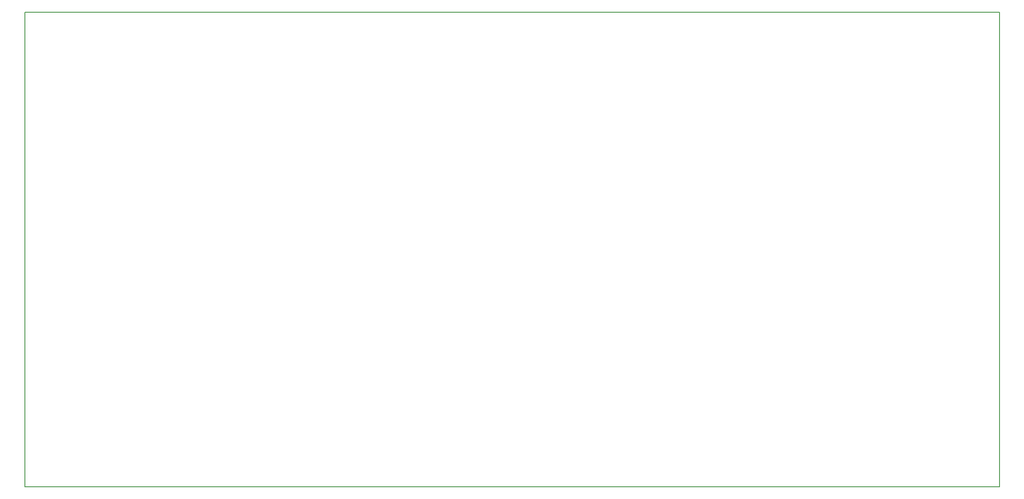
<source format=gm1>
G04 #@! TF.GenerationSoftware,KiCad,Pcbnew,(5.0.1)-3*
G04 #@! TF.CreationDate,2018-12-06T20:46:30-08:00*
G04 #@! TF.ProjectId,500-1070,3530302D313037302E6B696361645F70,rev?*
G04 #@! TF.SameCoordinates,Original*
G04 #@! TF.FileFunction,Profile,NP*
%FSLAX46Y46*%
G04 Gerber Fmt 4.6, Leading zero omitted, Abs format (unit mm)*
G04 Created by KiCad (PCBNEW (5.0.1)-3) date 12/6/2018 8:46:30 PM*
%MOMM*%
%LPD*%
G01*
G04 APERTURE LIST*
%ADD10C,0.150000*%
G04 APERTURE END LIST*
D10*
X233680000Y-102870000D02*
X233680000Y-114300000D01*
X38100000Y-114300000D02*
X233680000Y-114300000D01*
X38100000Y-102870000D02*
X38100000Y-114300000D01*
X38100000Y-19050000D02*
X38100000Y-26670000D01*
X233680000Y-19050000D02*
X233680000Y-26670000D01*
X38100000Y-52070000D02*
X38100000Y-26670000D01*
X233680000Y-26670000D02*
X233680000Y-52070000D01*
X38100000Y-52070000D02*
X38100000Y-102870000D01*
X233680000Y-19050000D02*
X38100000Y-19050000D01*
X233680000Y-102870000D02*
X233680000Y-52070000D01*
M02*

</source>
